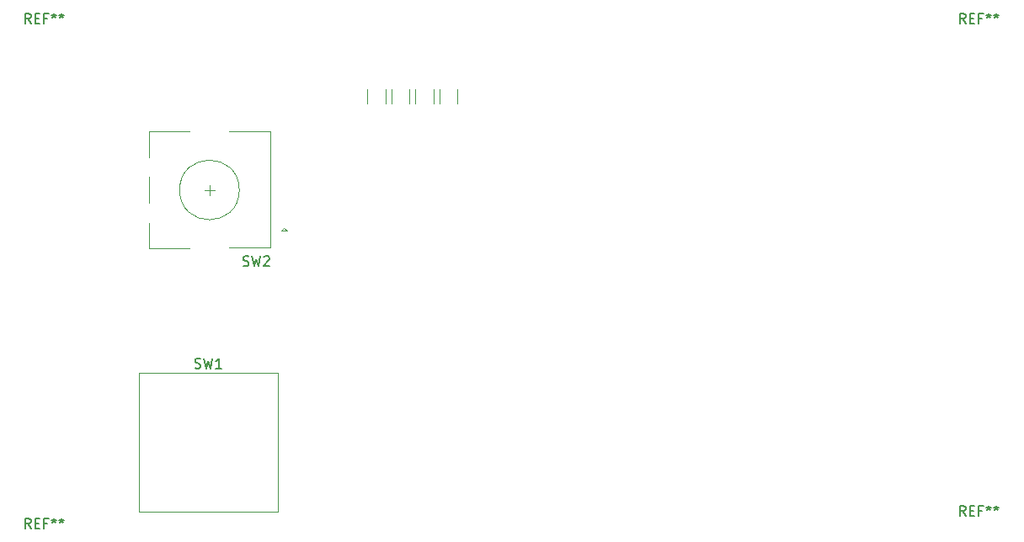
<source format=gto>
G04 #@! TF.GenerationSoftware,KiCad,Pcbnew,(5.1.7)-1*
G04 #@! TF.CreationDate,2020-11-24T00:17:57-08:00*
G04 #@! TF.ProjectId,daughter_board,64617567-6874-4657-925f-626f6172642e,rev?*
G04 #@! TF.SameCoordinates,Original*
G04 #@! TF.FileFunction,Legend,Top*
G04 #@! TF.FilePolarity,Positive*
%FSLAX46Y46*%
G04 Gerber Fmt 4.6, Leading zero omitted, Abs format (unit mm)*
G04 Created by KiCad (PCBNEW (5.1.7)-1) date 2020-11-24 00:17:57*
%MOMM*%
%LPD*%
G01*
G04 APERTURE LIST*
%ADD10C,0.120000*%
%ADD11C,0.150000*%
G04 APERTURE END LIST*
D10*
X161311000Y-73863252D02*
X161311000Y-72440748D01*
X159491000Y-73863252D02*
X159491000Y-72440748D01*
X161904000Y-73863252D02*
X161904000Y-72440748D01*
X163724000Y-73863252D02*
X163724000Y-72440748D01*
X168550000Y-73879064D02*
X168550000Y-72424936D01*
X166730000Y-73879064D02*
X166730000Y-72424936D01*
X164317000Y-73879064D02*
X164317000Y-72424936D01*
X166137000Y-73879064D02*
X166137000Y-72424936D01*
X136525000Y-114935000D02*
X136525000Y-100965000D01*
X150495000Y-114935000D02*
X136525000Y-114935000D01*
X150495000Y-100965000D02*
X150495000Y-114935000D01*
X136525000Y-100965000D02*
X150495000Y-100965000D01*
X146630000Y-82590000D02*
G75*
G03*
X146630000Y-82590000I-3000000J0D01*
G01*
X141630000Y-88490000D02*
X137530000Y-88490000D01*
X137530000Y-76690000D02*
X141630000Y-76690000D01*
X145630000Y-76690000D02*
X149730000Y-76690000D01*
X145630000Y-88390000D02*
X149730000Y-88390000D01*
X149730000Y-88390000D02*
X149730000Y-76690000D01*
X151130000Y-86390000D02*
X151430000Y-86690000D01*
X151430000Y-86690000D02*
X150830000Y-86690000D01*
X150830000Y-86690000D02*
X151130000Y-86390000D01*
X137530000Y-88490000D02*
X137530000Y-85890000D01*
X137530000Y-83890000D02*
X137530000Y-81290000D01*
X137530000Y-79290000D02*
X137530000Y-76690000D01*
X143630000Y-83090000D02*
X143630000Y-82090000D01*
X144130000Y-82590000D02*
X143130000Y-82590000D01*
D11*
X125666666Y-116632380D02*
X125333333Y-116156190D01*
X125095238Y-116632380D02*
X125095238Y-115632380D01*
X125476190Y-115632380D01*
X125571428Y-115680000D01*
X125619047Y-115727619D01*
X125666666Y-115822857D01*
X125666666Y-115965714D01*
X125619047Y-116060952D01*
X125571428Y-116108571D01*
X125476190Y-116156190D01*
X125095238Y-116156190D01*
X126095238Y-116108571D02*
X126428571Y-116108571D01*
X126571428Y-116632380D02*
X126095238Y-116632380D01*
X126095238Y-115632380D01*
X126571428Y-115632380D01*
X127333333Y-116108571D02*
X127000000Y-116108571D01*
X127000000Y-116632380D02*
X127000000Y-115632380D01*
X127476190Y-115632380D01*
X128000000Y-115632380D02*
X128000000Y-115870476D01*
X127761904Y-115775238D02*
X128000000Y-115870476D01*
X128238095Y-115775238D01*
X127857142Y-116060952D02*
X128000000Y-115870476D01*
X128142857Y-116060952D01*
X128761904Y-115632380D02*
X128761904Y-115870476D01*
X128523809Y-115775238D02*
X128761904Y-115870476D01*
X129000000Y-115775238D01*
X128619047Y-116060952D02*
X128761904Y-115870476D01*
X128904761Y-116060952D01*
X219646666Y-115362380D02*
X219313333Y-114886190D01*
X219075238Y-115362380D02*
X219075238Y-114362380D01*
X219456190Y-114362380D01*
X219551428Y-114410000D01*
X219599047Y-114457619D01*
X219646666Y-114552857D01*
X219646666Y-114695714D01*
X219599047Y-114790952D01*
X219551428Y-114838571D01*
X219456190Y-114886190D01*
X219075238Y-114886190D01*
X220075238Y-114838571D02*
X220408571Y-114838571D01*
X220551428Y-115362380D02*
X220075238Y-115362380D01*
X220075238Y-114362380D01*
X220551428Y-114362380D01*
X221313333Y-114838571D02*
X220980000Y-114838571D01*
X220980000Y-115362380D02*
X220980000Y-114362380D01*
X221456190Y-114362380D01*
X221980000Y-114362380D02*
X221980000Y-114600476D01*
X221741904Y-114505238D02*
X221980000Y-114600476D01*
X222218095Y-114505238D01*
X221837142Y-114790952D02*
X221980000Y-114600476D01*
X222122857Y-114790952D01*
X222741904Y-114362380D02*
X222741904Y-114600476D01*
X222503809Y-114505238D02*
X222741904Y-114600476D01*
X222980000Y-114505238D01*
X222599047Y-114790952D02*
X222741904Y-114600476D01*
X222884761Y-114790952D01*
X219646666Y-65832380D02*
X219313333Y-65356190D01*
X219075238Y-65832380D02*
X219075238Y-64832380D01*
X219456190Y-64832380D01*
X219551428Y-64880000D01*
X219599047Y-64927619D01*
X219646666Y-65022857D01*
X219646666Y-65165714D01*
X219599047Y-65260952D01*
X219551428Y-65308571D01*
X219456190Y-65356190D01*
X219075238Y-65356190D01*
X220075238Y-65308571D02*
X220408571Y-65308571D01*
X220551428Y-65832380D02*
X220075238Y-65832380D01*
X220075238Y-64832380D01*
X220551428Y-64832380D01*
X221313333Y-65308571D02*
X220980000Y-65308571D01*
X220980000Y-65832380D02*
X220980000Y-64832380D01*
X221456190Y-64832380D01*
X221980000Y-64832380D02*
X221980000Y-65070476D01*
X221741904Y-64975238D02*
X221980000Y-65070476D01*
X222218095Y-64975238D01*
X221837142Y-65260952D02*
X221980000Y-65070476D01*
X222122857Y-65260952D01*
X222741904Y-64832380D02*
X222741904Y-65070476D01*
X222503809Y-64975238D02*
X222741904Y-65070476D01*
X222980000Y-64975238D01*
X222599047Y-65260952D02*
X222741904Y-65070476D01*
X222884761Y-65260952D01*
X125666666Y-65832380D02*
X125333333Y-65356190D01*
X125095238Y-65832380D02*
X125095238Y-64832380D01*
X125476190Y-64832380D01*
X125571428Y-64880000D01*
X125619047Y-64927619D01*
X125666666Y-65022857D01*
X125666666Y-65165714D01*
X125619047Y-65260952D01*
X125571428Y-65308571D01*
X125476190Y-65356190D01*
X125095238Y-65356190D01*
X126095238Y-65308571D02*
X126428571Y-65308571D01*
X126571428Y-65832380D02*
X126095238Y-65832380D01*
X126095238Y-64832380D01*
X126571428Y-64832380D01*
X127333333Y-65308571D02*
X127000000Y-65308571D01*
X127000000Y-65832380D02*
X127000000Y-64832380D01*
X127476190Y-64832380D01*
X128000000Y-64832380D02*
X128000000Y-65070476D01*
X127761904Y-64975238D02*
X128000000Y-65070476D01*
X128238095Y-64975238D01*
X127857142Y-65260952D02*
X128000000Y-65070476D01*
X128142857Y-65260952D01*
X128761904Y-64832380D02*
X128761904Y-65070476D01*
X128523809Y-64975238D02*
X128761904Y-65070476D01*
X129000000Y-64975238D01*
X128619047Y-65260952D02*
X128761904Y-65070476D01*
X128904761Y-65260952D01*
X142176666Y-100480761D02*
X142319523Y-100528380D01*
X142557619Y-100528380D01*
X142652857Y-100480761D01*
X142700476Y-100433142D01*
X142748095Y-100337904D01*
X142748095Y-100242666D01*
X142700476Y-100147428D01*
X142652857Y-100099809D01*
X142557619Y-100052190D01*
X142367142Y-100004571D01*
X142271904Y-99956952D01*
X142224285Y-99909333D01*
X142176666Y-99814095D01*
X142176666Y-99718857D01*
X142224285Y-99623619D01*
X142271904Y-99576000D01*
X142367142Y-99528380D01*
X142605238Y-99528380D01*
X142748095Y-99576000D01*
X143081428Y-99528380D02*
X143319523Y-100528380D01*
X143510000Y-99814095D01*
X143700476Y-100528380D01*
X143938571Y-99528380D01*
X144843333Y-100528380D02*
X144271904Y-100528380D01*
X144557619Y-100528380D02*
X144557619Y-99528380D01*
X144462380Y-99671238D01*
X144367142Y-99766476D01*
X144271904Y-99814095D01*
X146996666Y-90194761D02*
X147139523Y-90242380D01*
X147377619Y-90242380D01*
X147472857Y-90194761D01*
X147520476Y-90147142D01*
X147568095Y-90051904D01*
X147568095Y-89956666D01*
X147520476Y-89861428D01*
X147472857Y-89813809D01*
X147377619Y-89766190D01*
X147187142Y-89718571D01*
X147091904Y-89670952D01*
X147044285Y-89623333D01*
X146996666Y-89528095D01*
X146996666Y-89432857D01*
X147044285Y-89337619D01*
X147091904Y-89290000D01*
X147187142Y-89242380D01*
X147425238Y-89242380D01*
X147568095Y-89290000D01*
X147901428Y-89242380D02*
X148139523Y-90242380D01*
X148330000Y-89528095D01*
X148520476Y-90242380D01*
X148758571Y-89242380D01*
X149091904Y-89337619D02*
X149139523Y-89290000D01*
X149234761Y-89242380D01*
X149472857Y-89242380D01*
X149568095Y-89290000D01*
X149615714Y-89337619D01*
X149663333Y-89432857D01*
X149663333Y-89528095D01*
X149615714Y-89670952D01*
X149044285Y-90242380D01*
X149663333Y-90242380D01*
M02*

</source>
